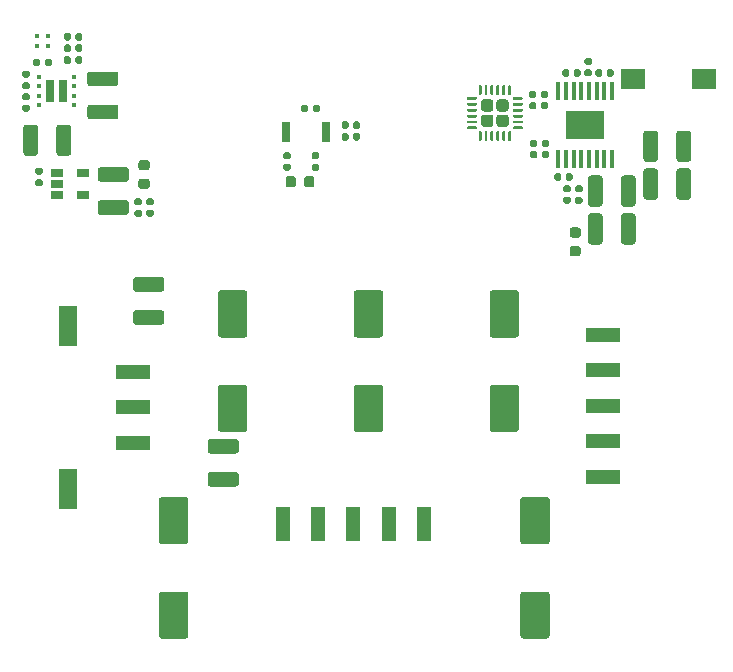
<source format=gbr>
G04 #@! TF.GenerationSoftware,KiCad,Pcbnew,5.99.0-unknown-dd374e12a~102~ubuntu20.04.1*
G04 #@! TF.CreationDate,2020-12-05T09:27:28-08:00*
G04 #@! TF.ProjectId,BLDC,424c4443-2e6b-4696-9361-645f70636258,rev?*
G04 #@! TF.SameCoordinates,Original*
G04 #@! TF.FileFunction,Paste,Top*
G04 #@! TF.FilePolarity,Positive*
%FSLAX46Y46*%
G04 Gerber Fmt 4.6, Leading zero omitted, Abs format (unit mm)*
G04 Created by KiCad (PCBNEW 5.99.0-unknown-dd374e12a~102~ubuntu20.04.1) date 2020-12-05 09:27:28*
%MOMM*%
%LPD*%
G01*
G04 APERTURE LIST*
%ADD10R,2.920000X1.270000*%
%ADD11R,1.650000X3.430000*%
%ADD12R,1.060000X0.650000*%
%ADD13R,1.270000X2.920000*%
%ADD14R,0.450000X0.450000*%
%ADD15R,0.450000X0.400000*%
%ADD16R,0.800000X1.900000*%
%ADD17R,2.000000X1.700000*%
%ADD18R,0.800000X1.700000*%
%ADD19R,0.450000X1.500000*%
%ADD20R,3.290000X2.410000*%
G04 APERTURE END LIST*
G36*
G01*
X147780000Y-91827500D02*
X147780000Y-92172500D01*
G75*
G02*
X147632500Y-92320000I-147500J0D01*
G01*
X147337500Y-92320000D01*
G75*
G02*
X147190000Y-92172500I0J147500D01*
G01*
X147190000Y-91827500D01*
G75*
G02*
X147337500Y-91680000I147500J0D01*
G01*
X147632500Y-91680000D01*
G75*
G02*
X147780000Y-91827500I0J-147500D01*
G01*
G37*
G36*
G01*
X146810000Y-91827500D02*
X146810000Y-92172500D01*
G75*
G02*
X146662500Y-92320000I-147500J0D01*
G01*
X146367500Y-92320000D01*
G75*
G02*
X146220000Y-92172500I0J147500D01*
G01*
X146220000Y-91827500D01*
G75*
G02*
X146367500Y-91680000I147500J0D01*
G01*
X146662500Y-91680000D01*
G75*
G02*
X146810000Y-91827500I0J-147500D01*
G01*
G37*
G36*
G01*
X146220000Y-91193780D02*
X146220000Y-90848780D01*
G75*
G02*
X146367500Y-90701280I147500J0D01*
G01*
X146662500Y-90701280D01*
G75*
G02*
X146810000Y-90848780I0J-147500D01*
G01*
X146810000Y-91193780D01*
G75*
G02*
X146662500Y-91341280I-147500J0D01*
G01*
X146367500Y-91341280D01*
G75*
G02*
X146220000Y-91193780I0J147500D01*
G01*
G37*
G36*
G01*
X147190000Y-91193780D02*
X147190000Y-90848780D01*
G75*
G02*
X147337500Y-90701280I147500J0D01*
G01*
X147632500Y-90701280D01*
G75*
G02*
X147780000Y-90848780I0J-147500D01*
G01*
X147780000Y-91193780D01*
G75*
G02*
X147632500Y-91341280I-147500J0D01*
G01*
X147337500Y-91341280D01*
G75*
G02*
X147190000Y-91193780I0J147500D01*
G01*
G37*
D10*
X128570000Y-117900000D03*
X128570000Y-114900000D03*
X128570000Y-111900000D03*
D11*
X123100000Y-121785000D03*
X123100000Y-108015000D03*
D12*
X122100000Y-95050000D03*
X122100000Y-96000000D03*
X122100000Y-96950000D03*
X124300000Y-96950000D03*
X124300000Y-95050000D03*
G36*
G01*
X129756250Y-96425000D02*
X129243750Y-96425000D01*
G75*
G02*
X129025000Y-96206250I0J218750D01*
G01*
X129025000Y-95768750D01*
G75*
G02*
X129243750Y-95550000I218750J0D01*
G01*
X129756250Y-95550000D01*
G75*
G02*
X129975000Y-95768750I0J-218750D01*
G01*
X129975000Y-96206250D01*
G75*
G02*
X129756250Y-96425000I-218750J0D01*
G01*
G37*
G36*
G01*
X129756250Y-94850000D02*
X129243750Y-94850000D01*
G75*
G02*
X129025000Y-94631250I0J218750D01*
G01*
X129025000Y-94193750D01*
G75*
G02*
X129243750Y-93975000I218750J0D01*
G01*
X129756250Y-93975000D01*
G75*
G02*
X129975000Y-94193750I0J-218750D01*
G01*
X129975000Y-94631250D01*
G75*
G02*
X129756250Y-94850000I-218750J0D01*
G01*
G37*
G36*
G01*
X129827500Y-97220000D02*
X130172500Y-97220000D01*
G75*
G02*
X130320000Y-97367500I0J-147500D01*
G01*
X130320000Y-97662500D01*
G75*
G02*
X130172500Y-97810000I-147500J0D01*
G01*
X129827500Y-97810000D01*
G75*
G02*
X129680000Y-97662500I0J147500D01*
G01*
X129680000Y-97367500D01*
G75*
G02*
X129827500Y-97220000I147500J0D01*
G01*
G37*
G36*
G01*
X129827500Y-98190000D02*
X130172500Y-98190000D01*
G75*
G02*
X130320000Y-98337500I0J-147500D01*
G01*
X130320000Y-98632500D01*
G75*
G02*
X130172500Y-98780000I-147500J0D01*
G01*
X129827500Y-98780000D01*
G75*
G02*
X129680000Y-98632500I0J147500D01*
G01*
X129680000Y-98337500D01*
G75*
G02*
X129827500Y-98190000I147500J0D01*
G01*
G37*
G36*
G01*
X131000000Y-122500000D02*
X133000000Y-122500000D01*
G75*
G02*
X133250000Y-122750000I0J-250000D01*
G01*
X133250000Y-126250000D01*
G75*
G02*
X133000000Y-126500000I-250000J0D01*
G01*
X131000000Y-126500000D01*
G75*
G02*
X130750000Y-126250000I0J250000D01*
G01*
X130750000Y-122750000D01*
G75*
G02*
X131000000Y-122500000I250000J0D01*
G01*
G37*
G36*
G01*
X131000000Y-130500000D02*
X133000000Y-130500000D01*
G75*
G02*
X133250000Y-130750000I0J-250000D01*
G01*
X133250000Y-134250000D01*
G75*
G02*
X133000000Y-134500000I-250000J0D01*
G01*
X131000000Y-134500000D01*
G75*
G02*
X130750000Y-134250000I0J250000D01*
G01*
X130750000Y-130750000D01*
G75*
G02*
X131000000Y-130500000I250000J0D01*
G01*
G37*
G36*
G01*
X138000000Y-117000000D02*
X136000000Y-117000000D01*
G75*
G02*
X135750000Y-116750000I0J250000D01*
G01*
X135750000Y-113250000D01*
G75*
G02*
X136000000Y-113000000I250000J0D01*
G01*
X138000000Y-113000000D01*
G75*
G02*
X138250000Y-113250000I0J-250000D01*
G01*
X138250000Y-116750000D01*
G75*
G02*
X138000000Y-117000000I-250000J0D01*
G01*
G37*
G36*
G01*
X138000000Y-109000000D02*
X136000000Y-109000000D01*
G75*
G02*
X135750000Y-108750000I0J250000D01*
G01*
X135750000Y-105250000D01*
G75*
G02*
X136000000Y-105000000I250000J0D01*
G01*
X138000000Y-105000000D01*
G75*
G02*
X138250000Y-105250000I0J-250000D01*
G01*
X138250000Y-108750000D01*
G75*
G02*
X138000000Y-109000000I-250000J0D01*
G01*
G37*
G36*
G01*
X161000000Y-117000000D02*
X159000000Y-117000000D01*
G75*
G02*
X158750000Y-116750000I0J250000D01*
G01*
X158750000Y-113250000D01*
G75*
G02*
X159000000Y-113000000I250000J0D01*
G01*
X161000000Y-113000000D01*
G75*
G02*
X161250000Y-113250000I0J-250000D01*
G01*
X161250000Y-116750000D01*
G75*
G02*
X161000000Y-117000000I-250000J0D01*
G01*
G37*
G36*
G01*
X161000000Y-109000000D02*
X159000000Y-109000000D01*
G75*
G02*
X158750000Y-108750000I0J250000D01*
G01*
X158750000Y-105250000D01*
G75*
G02*
X159000000Y-105000000I250000J0D01*
G01*
X161000000Y-105000000D01*
G75*
G02*
X161250000Y-105250000I0J-250000D01*
G01*
X161250000Y-108750000D01*
G75*
G02*
X161000000Y-109000000I-250000J0D01*
G01*
G37*
D10*
X168320000Y-108770000D03*
X168320000Y-111770000D03*
X168320000Y-114770000D03*
X168320000Y-117770000D03*
X168320000Y-120770000D03*
G36*
G01*
X120772500Y-96180000D02*
X120427500Y-96180000D01*
G75*
G02*
X120280000Y-96032500I0J147500D01*
G01*
X120280000Y-95737500D01*
G75*
G02*
X120427500Y-95590000I147500J0D01*
G01*
X120772500Y-95590000D01*
G75*
G02*
X120920000Y-95737500I0J-147500D01*
G01*
X120920000Y-96032500D01*
G75*
G02*
X120772500Y-96180000I-147500J0D01*
G01*
G37*
G36*
G01*
X120772500Y-95210000D02*
X120427500Y-95210000D01*
G75*
G02*
X120280000Y-95062500I0J147500D01*
G01*
X120280000Y-94767500D01*
G75*
G02*
X120427500Y-94620000I147500J0D01*
G01*
X120772500Y-94620000D01*
G75*
G02*
X120920000Y-94767500I0J-147500D01*
G01*
X120920000Y-95062500D01*
G75*
G02*
X120772500Y-95210000I-147500J0D01*
G01*
G37*
D13*
X153230000Y-124820000D03*
X150230000Y-124820000D03*
X147230000Y-124820000D03*
X144230000Y-124820000D03*
X141230000Y-124820000D03*
G36*
G01*
X161600000Y-122500000D02*
X163600000Y-122500000D01*
G75*
G02*
X163850000Y-122750000I0J-250000D01*
G01*
X163850000Y-126250000D01*
G75*
G02*
X163600000Y-126500000I-250000J0D01*
G01*
X161600000Y-126500000D01*
G75*
G02*
X161350000Y-126250000I0J250000D01*
G01*
X161350000Y-122750000D01*
G75*
G02*
X161600000Y-122500000I250000J0D01*
G01*
G37*
G36*
G01*
X161600000Y-130500000D02*
X163600000Y-130500000D01*
G75*
G02*
X163850000Y-130750000I0J-250000D01*
G01*
X163850000Y-134250000D01*
G75*
G02*
X163600000Y-134500000I-250000J0D01*
G01*
X161600000Y-134500000D01*
G75*
G02*
X161350000Y-134250000I0J250000D01*
G01*
X161350000Y-130750000D01*
G75*
G02*
X161600000Y-130500000I250000J0D01*
G01*
G37*
G36*
G01*
X122720000Y-84672500D02*
X122720000Y-84327500D01*
G75*
G02*
X122867500Y-84180000I147500J0D01*
G01*
X123162500Y-84180000D01*
G75*
G02*
X123310000Y-84327500I0J-147500D01*
G01*
X123310000Y-84672500D01*
G75*
G02*
X123162500Y-84820000I-147500J0D01*
G01*
X122867500Y-84820000D01*
G75*
G02*
X122720000Y-84672500I0J147500D01*
G01*
G37*
G36*
G01*
X123690000Y-84672500D02*
X123690000Y-84327500D01*
G75*
G02*
X123837500Y-84180000I147500J0D01*
G01*
X124132500Y-84180000D01*
G75*
G02*
X124280000Y-84327500I0J-147500D01*
G01*
X124280000Y-84672500D01*
G75*
G02*
X124132500Y-84820000I-147500J0D01*
G01*
X123837500Y-84820000D01*
G75*
G02*
X123690000Y-84672500I0J147500D01*
G01*
G37*
G36*
G01*
X122720000Y-83712220D02*
X122720000Y-83367220D01*
G75*
G02*
X122867500Y-83219720I147500J0D01*
G01*
X123162500Y-83219720D01*
G75*
G02*
X123310000Y-83367220I0J-147500D01*
G01*
X123310000Y-83712220D01*
G75*
G02*
X123162500Y-83859720I-147500J0D01*
G01*
X122867500Y-83859720D01*
G75*
G02*
X122720000Y-83712220I0J147500D01*
G01*
G37*
G36*
G01*
X123690000Y-83712220D02*
X123690000Y-83367220D01*
G75*
G02*
X123837500Y-83219720I147500J0D01*
G01*
X124132500Y-83219720D01*
G75*
G02*
X124280000Y-83367220I0J-147500D01*
G01*
X124280000Y-83712220D01*
G75*
G02*
X124132500Y-83859720I-147500J0D01*
G01*
X123837500Y-83859720D01*
G75*
G02*
X123690000Y-83712220I0J147500D01*
G01*
G37*
G36*
G01*
X122720000Y-85672500D02*
X122720000Y-85327500D01*
G75*
G02*
X122867500Y-85180000I147500J0D01*
G01*
X123162500Y-85180000D01*
G75*
G02*
X123310000Y-85327500I0J-147500D01*
G01*
X123310000Y-85672500D01*
G75*
G02*
X123162500Y-85820000I-147500J0D01*
G01*
X122867500Y-85820000D01*
G75*
G02*
X122720000Y-85672500I0J147500D01*
G01*
G37*
G36*
G01*
X123690000Y-85672500D02*
X123690000Y-85327500D01*
G75*
G02*
X123837500Y-85180000I147500J0D01*
G01*
X124132500Y-85180000D01*
G75*
G02*
X124280000Y-85327500I0J-147500D01*
G01*
X124280000Y-85672500D01*
G75*
G02*
X124132500Y-85820000I-147500J0D01*
G01*
X123837500Y-85820000D01*
G75*
G02*
X123690000Y-85672500I0J147500D01*
G01*
G37*
D14*
X120475000Y-83500000D03*
X121325000Y-83500000D03*
X121325000Y-84350000D03*
X120475000Y-84350000D03*
G36*
G01*
X149500000Y-117000000D02*
X147500000Y-117000000D01*
G75*
G02*
X147250000Y-116750000I0J250000D01*
G01*
X147250000Y-113250000D01*
G75*
G02*
X147500000Y-113000000I250000J0D01*
G01*
X149500000Y-113000000D01*
G75*
G02*
X149750000Y-113250000I0J-250000D01*
G01*
X149750000Y-116750000D01*
G75*
G02*
X149500000Y-117000000I-250000J0D01*
G01*
G37*
G36*
G01*
X149500000Y-109000000D02*
X147500000Y-109000000D01*
G75*
G02*
X147250000Y-108750000I0J250000D01*
G01*
X147250000Y-105250000D01*
G75*
G02*
X147500000Y-105000000I250000J0D01*
G01*
X149500000Y-105000000D01*
G75*
G02*
X149750000Y-105250000I0J-250000D01*
G01*
X149750000Y-108750000D01*
G75*
G02*
X149500000Y-109000000I-250000J0D01*
G01*
G37*
G36*
G01*
X119672500Y-89880000D02*
X119327500Y-89880000D01*
G75*
G02*
X119180000Y-89732500I0J147500D01*
G01*
X119180000Y-89437500D01*
G75*
G02*
X119327500Y-89290000I147500J0D01*
G01*
X119672500Y-89290000D01*
G75*
G02*
X119820000Y-89437500I0J-147500D01*
G01*
X119820000Y-89732500D01*
G75*
G02*
X119672500Y-89880000I-147500J0D01*
G01*
G37*
G36*
G01*
X119672500Y-88910000D02*
X119327500Y-88910000D01*
G75*
G02*
X119180000Y-88762500I0J147500D01*
G01*
X119180000Y-88467500D01*
G75*
G02*
X119327500Y-88320000I147500J0D01*
G01*
X119672500Y-88320000D01*
G75*
G02*
X119820000Y-88467500I0J-147500D01*
G01*
X119820000Y-88762500D01*
G75*
G02*
X119672500Y-88910000I-147500J0D01*
G01*
G37*
G36*
G01*
X120120000Y-85872500D02*
X120120000Y-85527500D01*
G75*
G02*
X120267500Y-85380000I147500J0D01*
G01*
X120562500Y-85380000D01*
G75*
G02*
X120710000Y-85527500I0J-147500D01*
G01*
X120710000Y-85872500D01*
G75*
G02*
X120562500Y-86020000I-147500J0D01*
G01*
X120267500Y-86020000D01*
G75*
G02*
X120120000Y-85872500I0J147500D01*
G01*
G37*
G36*
G01*
X121090000Y-85872500D02*
X121090000Y-85527500D01*
G75*
G02*
X121237500Y-85380000I147500J0D01*
G01*
X121532500Y-85380000D01*
G75*
G02*
X121680000Y-85527500I0J-147500D01*
G01*
X121680000Y-85872500D01*
G75*
G02*
X121532500Y-86020000I-147500J0D01*
G01*
X121237500Y-86020000D01*
G75*
G02*
X121090000Y-85872500I0J147500D01*
G01*
G37*
D15*
X120605000Y-86930000D03*
X120605000Y-87730000D03*
X120605000Y-88530000D03*
X120605000Y-89330000D03*
X123555000Y-89330000D03*
X123555000Y-88530000D03*
X123555000Y-87730000D03*
X123555000Y-86930000D03*
D16*
X122630000Y-88130000D03*
X121530000Y-88130000D03*
G36*
G01*
X119672500Y-87980000D02*
X119327500Y-87980000D01*
G75*
G02*
X119180000Y-87832500I0J147500D01*
G01*
X119180000Y-87537500D01*
G75*
G02*
X119327500Y-87390000I147500J0D01*
G01*
X119672500Y-87390000D01*
G75*
G02*
X119820000Y-87537500I0J-147500D01*
G01*
X119820000Y-87832500D01*
G75*
G02*
X119672500Y-87980000I-147500J0D01*
G01*
G37*
G36*
G01*
X119672500Y-87010000D02*
X119327500Y-87010000D01*
G75*
G02*
X119180000Y-86862500I0J147500D01*
G01*
X119180000Y-86567500D01*
G75*
G02*
X119327500Y-86420000I147500J0D01*
G01*
X119672500Y-86420000D01*
G75*
G02*
X119820000Y-86567500I0J-147500D01*
G01*
X119820000Y-86862500D01*
G75*
G02*
X119672500Y-87010000I-147500J0D01*
G01*
G37*
G36*
G01*
X127075000Y-90525000D02*
X124925000Y-90525000D01*
G75*
G02*
X124675000Y-90275000I0J250000D01*
G01*
X124675000Y-89525000D01*
G75*
G02*
X124925000Y-89275000I250000J0D01*
G01*
X127075000Y-89275000D01*
G75*
G02*
X127325000Y-89525000I0J-250000D01*
G01*
X127325000Y-90275000D01*
G75*
G02*
X127075000Y-90525000I-250000J0D01*
G01*
G37*
G36*
G01*
X127075000Y-87725000D02*
X124925000Y-87725000D01*
G75*
G02*
X124675000Y-87475000I0J250000D01*
G01*
X124675000Y-86725000D01*
G75*
G02*
X124925000Y-86475000I250000J0D01*
G01*
X127075000Y-86475000D01*
G75*
G02*
X127325000Y-86725000I0J-250000D01*
G01*
X127325000Y-87475000D01*
G75*
G02*
X127075000Y-87725000I-250000J0D01*
G01*
G37*
G36*
G01*
X119275000Y-93375000D02*
X119275000Y-91225000D01*
G75*
G02*
X119525000Y-90975000I250000J0D01*
G01*
X120275000Y-90975000D01*
G75*
G02*
X120525000Y-91225000I0J-250000D01*
G01*
X120525000Y-93375000D01*
G75*
G02*
X120275000Y-93625000I-250000J0D01*
G01*
X119525000Y-93625000D01*
G75*
G02*
X119275000Y-93375000I0J250000D01*
G01*
G37*
G36*
G01*
X122075000Y-93375000D02*
X122075000Y-91225000D01*
G75*
G02*
X122325000Y-90975000I250000J0D01*
G01*
X123075000Y-90975000D01*
G75*
G02*
X123325000Y-91225000I0J-250000D01*
G01*
X123325000Y-93375000D01*
G75*
G02*
X123075000Y-93625000I-250000J0D01*
G01*
X122325000Y-93625000D01*
G75*
G02*
X122075000Y-93375000I0J250000D01*
G01*
G37*
G36*
G01*
X175825000Y-94925000D02*
X175825000Y-97075000D01*
G75*
G02*
X175575000Y-97325000I-250000J0D01*
G01*
X174825000Y-97325000D01*
G75*
G02*
X174575000Y-97075000I0J250000D01*
G01*
X174575000Y-94925000D01*
G75*
G02*
X174825000Y-94675000I250000J0D01*
G01*
X175575000Y-94675000D01*
G75*
G02*
X175825000Y-94925000I0J-250000D01*
G01*
G37*
G36*
G01*
X173025000Y-94925000D02*
X173025000Y-97075000D01*
G75*
G02*
X172775000Y-97325000I-250000J0D01*
G01*
X172025000Y-97325000D01*
G75*
G02*
X171775000Y-97075000I0J250000D01*
G01*
X171775000Y-94925000D01*
G75*
G02*
X172025000Y-94675000I250000J0D01*
G01*
X172775000Y-94675000D01*
G75*
G02*
X173025000Y-94925000I0J-250000D01*
G01*
G37*
G36*
G01*
X171125000Y-95525000D02*
X171125000Y-97675000D01*
G75*
G02*
X170875000Y-97925000I-250000J0D01*
G01*
X170125000Y-97925000D01*
G75*
G02*
X169875000Y-97675000I0J250000D01*
G01*
X169875000Y-95525000D01*
G75*
G02*
X170125000Y-95275000I250000J0D01*
G01*
X170875000Y-95275000D01*
G75*
G02*
X171125000Y-95525000I0J-250000D01*
G01*
G37*
G36*
G01*
X168325000Y-95525000D02*
X168325000Y-97675000D01*
G75*
G02*
X168075000Y-97925000I-250000J0D01*
G01*
X167325000Y-97925000D01*
G75*
G02*
X167075000Y-97675000I0J250000D01*
G01*
X167075000Y-95525000D01*
G75*
G02*
X167325000Y-95275000I250000J0D01*
G01*
X168075000Y-95275000D01*
G75*
G02*
X168325000Y-95525000I0J-250000D01*
G01*
G37*
D17*
X170900000Y-87100000D03*
X176900000Y-87100000D03*
G36*
G01*
X166472500Y-97680000D02*
X166127500Y-97680000D01*
G75*
G02*
X165980000Y-97532500I0J147500D01*
G01*
X165980000Y-97237500D01*
G75*
G02*
X166127500Y-97090000I147500J0D01*
G01*
X166472500Y-97090000D01*
G75*
G02*
X166620000Y-97237500I0J-147500D01*
G01*
X166620000Y-97532500D01*
G75*
G02*
X166472500Y-97680000I-147500J0D01*
G01*
G37*
G36*
G01*
X166472500Y-96710000D02*
X166127500Y-96710000D01*
G75*
G02*
X165980000Y-96562500I0J147500D01*
G01*
X165980000Y-96267500D01*
G75*
G02*
X166127500Y-96120000I147500J0D01*
G01*
X166472500Y-96120000D01*
G75*
G02*
X166620000Y-96267500I0J-147500D01*
G01*
X166620000Y-96562500D01*
G75*
G02*
X166472500Y-96710000I-147500J0D01*
G01*
G37*
G36*
G01*
X135125000Y-117575000D02*
X137275000Y-117575000D01*
G75*
G02*
X137525000Y-117825000I0J-250000D01*
G01*
X137525000Y-118575000D01*
G75*
G02*
X137275000Y-118825000I-250000J0D01*
G01*
X135125000Y-118825000D01*
G75*
G02*
X134875000Y-118575000I0J250000D01*
G01*
X134875000Y-117825000D01*
G75*
G02*
X135125000Y-117575000I250000J0D01*
G01*
G37*
G36*
G01*
X135125000Y-120375000D02*
X137275000Y-120375000D01*
G75*
G02*
X137525000Y-120625000I0J-250000D01*
G01*
X137525000Y-121375000D01*
G75*
G02*
X137275000Y-121625000I-250000J0D01*
G01*
X135125000Y-121625000D01*
G75*
G02*
X134875000Y-121375000I0J250000D01*
G01*
X134875000Y-120625000D01*
G75*
G02*
X135125000Y-120375000I250000J0D01*
G01*
G37*
G36*
G01*
X159075000Y-90375000D02*
X159075000Y-90925000D01*
G75*
G02*
X158825000Y-91175000I-250000J0D01*
G01*
X158275000Y-91175000D01*
G75*
G02*
X158025000Y-90925000I0J250000D01*
G01*
X158025000Y-90375000D01*
G75*
G02*
X158275000Y-90125000I250000J0D01*
G01*
X158825000Y-90125000D01*
G75*
G02*
X159075000Y-90375000I0J-250000D01*
G01*
G37*
G36*
G01*
X160375000Y-89075000D02*
X160375000Y-89625000D01*
G75*
G02*
X160125000Y-89875000I-250000J0D01*
G01*
X159575000Y-89875000D01*
G75*
G02*
X159325000Y-89625000I0J250000D01*
G01*
X159325000Y-89075000D01*
G75*
G02*
X159575000Y-88825000I250000J0D01*
G01*
X160125000Y-88825000D01*
G75*
G02*
X160375000Y-89075000I0J-250000D01*
G01*
G37*
G36*
G01*
X160375000Y-90375000D02*
X160375000Y-90925000D01*
G75*
G02*
X160125000Y-91175000I-250000J0D01*
G01*
X159575000Y-91175000D01*
G75*
G02*
X159325000Y-90925000I0J250000D01*
G01*
X159325000Y-90375000D01*
G75*
G02*
X159575000Y-90125000I250000J0D01*
G01*
X160125000Y-90125000D01*
G75*
G02*
X160375000Y-90375000I0J-250000D01*
G01*
G37*
G36*
G01*
X159075000Y-89075000D02*
X159075000Y-89625000D01*
G75*
G02*
X158825000Y-89875000I-250000J0D01*
G01*
X158275000Y-89875000D01*
G75*
G02*
X158025000Y-89625000I0J250000D01*
G01*
X158025000Y-89075000D01*
G75*
G02*
X158275000Y-88825000I250000J0D01*
G01*
X158825000Y-88825000D01*
G75*
G02*
X159075000Y-89075000I0J-250000D01*
G01*
G37*
G36*
G01*
X161550000Y-91187500D02*
X161550000Y-91312500D01*
G75*
G02*
X161487500Y-91375000I-62500J0D01*
G01*
X160787500Y-91375000D01*
G75*
G02*
X160725000Y-91312500I0J62500D01*
G01*
X160725000Y-91187500D01*
G75*
G02*
X160787500Y-91125000I62500J0D01*
G01*
X161487500Y-91125000D01*
G75*
G02*
X161550000Y-91187500I0J-62500D01*
G01*
G37*
G36*
G01*
X161550000Y-90687500D02*
X161550000Y-90812500D01*
G75*
G02*
X161487500Y-90875000I-62500J0D01*
G01*
X160787500Y-90875000D01*
G75*
G02*
X160725000Y-90812500I0J62500D01*
G01*
X160725000Y-90687500D01*
G75*
G02*
X160787500Y-90625000I62500J0D01*
G01*
X161487500Y-90625000D01*
G75*
G02*
X161550000Y-90687500I0J-62500D01*
G01*
G37*
G36*
G01*
X161550000Y-90187500D02*
X161550000Y-90312500D01*
G75*
G02*
X161487500Y-90375000I-62500J0D01*
G01*
X160787500Y-90375000D01*
G75*
G02*
X160725000Y-90312500I0J62500D01*
G01*
X160725000Y-90187500D01*
G75*
G02*
X160787500Y-90125000I62500J0D01*
G01*
X161487500Y-90125000D01*
G75*
G02*
X161550000Y-90187500I0J-62500D01*
G01*
G37*
G36*
G01*
X161550000Y-89687500D02*
X161550000Y-89812500D01*
G75*
G02*
X161487500Y-89875000I-62500J0D01*
G01*
X160787500Y-89875000D01*
G75*
G02*
X160725000Y-89812500I0J62500D01*
G01*
X160725000Y-89687500D01*
G75*
G02*
X160787500Y-89625000I62500J0D01*
G01*
X161487500Y-89625000D01*
G75*
G02*
X161550000Y-89687500I0J-62500D01*
G01*
G37*
G36*
G01*
X161550000Y-89187500D02*
X161550000Y-89312500D01*
G75*
G02*
X161487500Y-89375000I-62500J0D01*
G01*
X160787500Y-89375000D01*
G75*
G02*
X160725000Y-89312500I0J62500D01*
G01*
X160725000Y-89187500D01*
G75*
G02*
X160787500Y-89125000I62500J0D01*
G01*
X161487500Y-89125000D01*
G75*
G02*
X161550000Y-89187500I0J-62500D01*
G01*
G37*
G36*
G01*
X161550000Y-88687500D02*
X161550000Y-88812500D01*
G75*
G02*
X161487500Y-88875000I-62500J0D01*
G01*
X160787500Y-88875000D01*
G75*
G02*
X160725000Y-88812500I0J62500D01*
G01*
X160725000Y-88687500D01*
G75*
G02*
X160787500Y-88625000I62500J0D01*
G01*
X161487500Y-88625000D01*
G75*
G02*
X161550000Y-88687500I0J-62500D01*
G01*
G37*
G36*
G01*
X160575000Y-87712500D02*
X160575000Y-88412500D01*
G75*
G02*
X160512500Y-88475000I-62500J0D01*
G01*
X160387500Y-88475000D01*
G75*
G02*
X160325000Y-88412500I0J62500D01*
G01*
X160325000Y-87712500D01*
G75*
G02*
X160387500Y-87650000I62500J0D01*
G01*
X160512500Y-87650000D01*
G75*
G02*
X160575000Y-87712500I0J-62500D01*
G01*
G37*
G36*
G01*
X160075000Y-87712500D02*
X160075000Y-88412500D01*
G75*
G02*
X160012500Y-88475000I-62500J0D01*
G01*
X159887500Y-88475000D01*
G75*
G02*
X159825000Y-88412500I0J62500D01*
G01*
X159825000Y-87712500D01*
G75*
G02*
X159887500Y-87650000I62500J0D01*
G01*
X160012500Y-87650000D01*
G75*
G02*
X160075000Y-87712500I0J-62500D01*
G01*
G37*
G36*
G01*
X159575000Y-87712500D02*
X159575000Y-88412500D01*
G75*
G02*
X159512500Y-88475000I-62500J0D01*
G01*
X159387500Y-88475000D01*
G75*
G02*
X159325000Y-88412500I0J62500D01*
G01*
X159325000Y-87712500D01*
G75*
G02*
X159387500Y-87650000I62500J0D01*
G01*
X159512500Y-87650000D01*
G75*
G02*
X159575000Y-87712500I0J-62500D01*
G01*
G37*
G36*
G01*
X159075000Y-87712500D02*
X159075000Y-88412500D01*
G75*
G02*
X159012500Y-88475000I-62500J0D01*
G01*
X158887500Y-88475000D01*
G75*
G02*
X158825000Y-88412500I0J62500D01*
G01*
X158825000Y-87712500D01*
G75*
G02*
X158887500Y-87650000I62500J0D01*
G01*
X159012500Y-87650000D01*
G75*
G02*
X159075000Y-87712500I0J-62500D01*
G01*
G37*
G36*
G01*
X158575000Y-87712500D02*
X158575000Y-88412500D01*
G75*
G02*
X158512500Y-88475000I-62500J0D01*
G01*
X158387500Y-88475000D01*
G75*
G02*
X158325000Y-88412500I0J62500D01*
G01*
X158325000Y-87712500D01*
G75*
G02*
X158387500Y-87650000I62500J0D01*
G01*
X158512500Y-87650000D01*
G75*
G02*
X158575000Y-87712500I0J-62500D01*
G01*
G37*
G36*
G01*
X158075000Y-87712500D02*
X158075000Y-88412500D01*
G75*
G02*
X158012500Y-88475000I-62500J0D01*
G01*
X157887500Y-88475000D01*
G75*
G02*
X157825000Y-88412500I0J62500D01*
G01*
X157825000Y-87712500D01*
G75*
G02*
X157887500Y-87650000I62500J0D01*
G01*
X158012500Y-87650000D01*
G75*
G02*
X158075000Y-87712500I0J-62500D01*
G01*
G37*
G36*
G01*
X157675000Y-88687500D02*
X157675000Y-88812500D01*
G75*
G02*
X157612500Y-88875000I-62500J0D01*
G01*
X156912500Y-88875000D01*
G75*
G02*
X156850000Y-88812500I0J62500D01*
G01*
X156850000Y-88687500D01*
G75*
G02*
X156912500Y-88625000I62500J0D01*
G01*
X157612500Y-88625000D01*
G75*
G02*
X157675000Y-88687500I0J-62500D01*
G01*
G37*
G36*
G01*
X157675000Y-89187500D02*
X157675000Y-89312500D01*
G75*
G02*
X157612500Y-89375000I-62500J0D01*
G01*
X156912500Y-89375000D01*
G75*
G02*
X156850000Y-89312500I0J62500D01*
G01*
X156850000Y-89187500D01*
G75*
G02*
X156912500Y-89125000I62500J0D01*
G01*
X157612500Y-89125000D01*
G75*
G02*
X157675000Y-89187500I0J-62500D01*
G01*
G37*
G36*
G01*
X157675000Y-89687500D02*
X157675000Y-89812500D01*
G75*
G02*
X157612500Y-89875000I-62500J0D01*
G01*
X156912500Y-89875000D01*
G75*
G02*
X156850000Y-89812500I0J62500D01*
G01*
X156850000Y-89687500D01*
G75*
G02*
X156912500Y-89625000I62500J0D01*
G01*
X157612500Y-89625000D01*
G75*
G02*
X157675000Y-89687500I0J-62500D01*
G01*
G37*
G36*
G01*
X157675000Y-90187500D02*
X157675000Y-90312500D01*
G75*
G02*
X157612500Y-90375000I-62500J0D01*
G01*
X156912500Y-90375000D01*
G75*
G02*
X156850000Y-90312500I0J62500D01*
G01*
X156850000Y-90187500D01*
G75*
G02*
X156912500Y-90125000I62500J0D01*
G01*
X157612500Y-90125000D01*
G75*
G02*
X157675000Y-90187500I0J-62500D01*
G01*
G37*
G36*
G01*
X157675000Y-90687500D02*
X157675000Y-90812500D01*
G75*
G02*
X157612500Y-90875000I-62500J0D01*
G01*
X156912500Y-90875000D01*
G75*
G02*
X156850000Y-90812500I0J62500D01*
G01*
X156850000Y-90687500D01*
G75*
G02*
X156912500Y-90625000I62500J0D01*
G01*
X157612500Y-90625000D01*
G75*
G02*
X157675000Y-90687500I0J-62500D01*
G01*
G37*
G36*
G01*
X157675000Y-91187500D02*
X157675000Y-91312500D01*
G75*
G02*
X157612500Y-91375000I-62500J0D01*
G01*
X156912500Y-91375000D01*
G75*
G02*
X156850000Y-91312500I0J62500D01*
G01*
X156850000Y-91187500D01*
G75*
G02*
X156912500Y-91125000I62500J0D01*
G01*
X157612500Y-91125000D01*
G75*
G02*
X157675000Y-91187500I0J-62500D01*
G01*
G37*
G36*
G01*
X158075000Y-91587500D02*
X158075000Y-92287500D01*
G75*
G02*
X158012500Y-92350000I-62500J0D01*
G01*
X157887500Y-92350000D01*
G75*
G02*
X157825000Y-92287500I0J62500D01*
G01*
X157825000Y-91587500D01*
G75*
G02*
X157887500Y-91525000I62500J0D01*
G01*
X158012500Y-91525000D01*
G75*
G02*
X158075000Y-91587500I0J-62500D01*
G01*
G37*
G36*
G01*
X158575000Y-91587500D02*
X158575000Y-92287500D01*
G75*
G02*
X158512500Y-92350000I-62500J0D01*
G01*
X158387500Y-92350000D01*
G75*
G02*
X158325000Y-92287500I0J62500D01*
G01*
X158325000Y-91587500D01*
G75*
G02*
X158387500Y-91525000I62500J0D01*
G01*
X158512500Y-91525000D01*
G75*
G02*
X158575000Y-91587500I0J-62500D01*
G01*
G37*
G36*
G01*
X159075000Y-91587500D02*
X159075000Y-92287500D01*
G75*
G02*
X159012500Y-92350000I-62500J0D01*
G01*
X158887500Y-92350000D01*
G75*
G02*
X158825000Y-92287500I0J62500D01*
G01*
X158825000Y-91587500D01*
G75*
G02*
X158887500Y-91525000I62500J0D01*
G01*
X159012500Y-91525000D01*
G75*
G02*
X159075000Y-91587500I0J-62500D01*
G01*
G37*
G36*
G01*
X159575000Y-91587500D02*
X159575000Y-92287500D01*
G75*
G02*
X159512500Y-92350000I-62500J0D01*
G01*
X159387500Y-92350000D01*
G75*
G02*
X159325000Y-92287500I0J62500D01*
G01*
X159325000Y-91587500D01*
G75*
G02*
X159387500Y-91525000I62500J0D01*
G01*
X159512500Y-91525000D01*
G75*
G02*
X159575000Y-91587500I0J-62500D01*
G01*
G37*
G36*
G01*
X160075000Y-91587500D02*
X160075000Y-92287500D01*
G75*
G02*
X160012500Y-92350000I-62500J0D01*
G01*
X159887500Y-92350000D01*
G75*
G02*
X159825000Y-92287500I0J62500D01*
G01*
X159825000Y-91587500D01*
G75*
G02*
X159887500Y-91525000I62500J0D01*
G01*
X160012500Y-91525000D01*
G75*
G02*
X160075000Y-91587500I0J-62500D01*
G01*
G37*
G36*
G01*
X160575000Y-91587500D02*
X160575000Y-92287500D01*
G75*
G02*
X160512500Y-92350000I-62500J0D01*
G01*
X160387500Y-92350000D01*
G75*
G02*
X160325000Y-92287500I0J62500D01*
G01*
X160325000Y-91587500D01*
G75*
G02*
X160387500Y-91525000I62500J0D01*
G01*
X160512500Y-91525000D01*
G75*
G02*
X160575000Y-91587500I0J-62500D01*
G01*
G37*
G36*
G01*
X144380000Y-89427500D02*
X144380000Y-89772500D01*
G75*
G02*
X144232500Y-89920000I-147500J0D01*
G01*
X143937500Y-89920000D01*
G75*
G02*
X143790000Y-89772500I0J147500D01*
G01*
X143790000Y-89427500D01*
G75*
G02*
X143937500Y-89280000I147500J0D01*
G01*
X144232500Y-89280000D01*
G75*
G02*
X144380000Y-89427500I0J-147500D01*
G01*
G37*
G36*
G01*
X143410000Y-89427500D02*
X143410000Y-89772500D01*
G75*
G02*
X143262500Y-89920000I-147500J0D01*
G01*
X142967500Y-89920000D01*
G75*
G02*
X142820000Y-89772500I0J147500D01*
G01*
X142820000Y-89427500D01*
G75*
G02*
X142967500Y-89280000I147500J0D01*
G01*
X143262500Y-89280000D01*
G75*
G02*
X143410000Y-89427500I0J-147500D01*
G01*
G37*
D18*
X144900000Y-91600000D03*
X141500000Y-91600000D03*
G36*
G01*
X144172500Y-94880000D02*
X143827500Y-94880000D01*
G75*
G02*
X143680000Y-94732500I0J147500D01*
G01*
X143680000Y-94437500D01*
G75*
G02*
X143827500Y-94290000I147500J0D01*
G01*
X144172500Y-94290000D01*
G75*
G02*
X144320000Y-94437500I0J-147500D01*
G01*
X144320000Y-94732500D01*
G75*
G02*
X144172500Y-94880000I-147500J0D01*
G01*
G37*
G36*
G01*
X144172500Y-93910000D02*
X143827500Y-93910000D01*
G75*
G02*
X143680000Y-93762500I0J147500D01*
G01*
X143680000Y-93467500D01*
G75*
G02*
X143827500Y-93320000I147500J0D01*
G01*
X144172500Y-93320000D01*
G75*
G02*
X144320000Y-93467500I0J-147500D01*
G01*
X144320000Y-93762500D01*
G75*
G02*
X144172500Y-93910000I-147500J0D01*
G01*
G37*
G36*
G01*
X141427500Y-93320000D02*
X141772500Y-93320000D01*
G75*
G02*
X141920000Y-93467500I0J-147500D01*
G01*
X141920000Y-93762500D01*
G75*
G02*
X141772500Y-93910000I-147500J0D01*
G01*
X141427500Y-93910000D01*
G75*
G02*
X141280000Y-93762500I0J147500D01*
G01*
X141280000Y-93467500D01*
G75*
G02*
X141427500Y-93320000I147500J0D01*
G01*
G37*
G36*
G01*
X141427500Y-94290000D02*
X141772500Y-94290000D01*
G75*
G02*
X141920000Y-94437500I0J-147500D01*
G01*
X141920000Y-94732500D01*
G75*
G02*
X141772500Y-94880000I-147500J0D01*
G01*
X141427500Y-94880000D01*
G75*
G02*
X141280000Y-94732500I0J147500D01*
G01*
X141280000Y-94437500D01*
G75*
G02*
X141427500Y-94290000I147500J0D01*
G01*
G37*
G36*
G01*
X143925000Y-95543750D02*
X143925000Y-96056250D01*
G75*
G02*
X143706250Y-96275000I-218750J0D01*
G01*
X143268750Y-96275000D01*
G75*
G02*
X143050000Y-96056250I0J218750D01*
G01*
X143050000Y-95543750D01*
G75*
G02*
X143268750Y-95325000I218750J0D01*
G01*
X143706250Y-95325000D01*
G75*
G02*
X143925000Y-95543750I0J-218750D01*
G01*
G37*
G36*
G01*
X142350000Y-95543750D02*
X142350000Y-96056250D01*
G75*
G02*
X142131250Y-96275000I-218750J0D01*
G01*
X141693750Y-96275000D01*
G75*
G02*
X141475000Y-96056250I0J218750D01*
G01*
X141475000Y-95543750D01*
G75*
G02*
X141693750Y-95325000I218750J0D01*
G01*
X142131250Y-95325000D01*
G75*
G02*
X142350000Y-95543750I0J-218750D01*
G01*
G37*
G36*
G01*
X129172500Y-98780000D02*
X128827500Y-98780000D01*
G75*
G02*
X128680000Y-98632500I0J147500D01*
G01*
X128680000Y-98337500D01*
G75*
G02*
X128827500Y-98190000I147500J0D01*
G01*
X129172500Y-98190000D01*
G75*
G02*
X129320000Y-98337500I0J-147500D01*
G01*
X129320000Y-98632500D01*
G75*
G02*
X129172500Y-98780000I-147500J0D01*
G01*
G37*
G36*
G01*
X129172500Y-97810000D02*
X128827500Y-97810000D01*
G75*
G02*
X128680000Y-97662500I0J147500D01*
G01*
X128680000Y-97367500D01*
G75*
G02*
X128827500Y-97220000I147500J0D01*
G01*
X129172500Y-97220000D01*
G75*
G02*
X129320000Y-97367500I0J-147500D01*
G01*
X129320000Y-97662500D01*
G75*
G02*
X129172500Y-97810000I-147500J0D01*
G01*
G37*
G36*
G01*
X128825000Y-103875000D02*
X130975000Y-103875000D01*
G75*
G02*
X131225000Y-104125000I0J-250000D01*
G01*
X131225000Y-104875000D01*
G75*
G02*
X130975000Y-105125000I-250000J0D01*
G01*
X128825000Y-105125000D01*
G75*
G02*
X128575000Y-104875000I0J250000D01*
G01*
X128575000Y-104125000D01*
G75*
G02*
X128825000Y-103875000I250000J0D01*
G01*
G37*
G36*
G01*
X128825000Y-106675000D02*
X130975000Y-106675000D01*
G75*
G02*
X131225000Y-106925000I0J-250000D01*
G01*
X131225000Y-107675000D01*
G75*
G02*
X130975000Y-107925000I-250000J0D01*
G01*
X128825000Y-107925000D01*
G75*
G02*
X128575000Y-107675000I0J250000D01*
G01*
X128575000Y-106925000D01*
G75*
G02*
X128825000Y-106675000I250000J0D01*
G01*
G37*
G36*
G01*
X171125000Y-98725000D02*
X171125000Y-100875000D01*
G75*
G02*
X170875000Y-101125000I-250000J0D01*
G01*
X170125000Y-101125000D01*
G75*
G02*
X169875000Y-100875000I0J250000D01*
G01*
X169875000Y-98725000D01*
G75*
G02*
X170125000Y-98475000I250000J0D01*
G01*
X170875000Y-98475000D01*
G75*
G02*
X171125000Y-98725000I0J-250000D01*
G01*
G37*
G36*
G01*
X168325000Y-98725000D02*
X168325000Y-100875000D01*
G75*
G02*
X168075000Y-101125000I-250000J0D01*
G01*
X167325000Y-101125000D01*
G75*
G02*
X167075000Y-100875000I0J250000D01*
G01*
X167075000Y-98725000D01*
G75*
G02*
X167325000Y-98475000I250000J0D01*
G01*
X168075000Y-98475000D01*
G75*
G02*
X168325000Y-98725000I0J-250000D01*
G01*
G37*
G36*
G01*
X175825000Y-91725000D02*
X175825000Y-93875000D01*
G75*
G02*
X175575000Y-94125000I-250000J0D01*
G01*
X174825000Y-94125000D01*
G75*
G02*
X174575000Y-93875000I0J250000D01*
G01*
X174575000Y-91725000D01*
G75*
G02*
X174825000Y-91475000I250000J0D01*
G01*
X175575000Y-91475000D01*
G75*
G02*
X175825000Y-91725000I0J-250000D01*
G01*
G37*
G36*
G01*
X173025000Y-91725000D02*
X173025000Y-93875000D01*
G75*
G02*
X172775000Y-94125000I-250000J0D01*
G01*
X172025000Y-94125000D01*
G75*
G02*
X171775000Y-93875000I0J250000D01*
G01*
X171775000Y-91725000D01*
G75*
G02*
X172025000Y-91475000I250000J0D01*
G01*
X172775000Y-91475000D01*
G75*
G02*
X173025000Y-91725000I0J-250000D01*
G01*
G37*
D19*
X169126329Y-88100000D03*
X168476329Y-88100000D03*
X167826329Y-88100000D03*
X167176329Y-88100000D03*
X166526329Y-88100000D03*
X165876329Y-88100000D03*
X165226329Y-88100000D03*
X164576329Y-88100000D03*
X164576329Y-93900000D03*
X165226329Y-93900000D03*
X165876329Y-93900000D03*
X166526329Y-93900000D03*
X167176329Y-93900000D03*
X167826329Y-93900000D03*
X168476329Y-93900000D03*
X169126329Y-93900000D03*
D20*
X166851329Y-91000000D03*
G36*
G01*
X167720000Y-86772500D02*
X167720000Y-86427500D01*
G75*
G02*
X167867500Y-86280000I147500J0D01*
G01*
X168162500Y-86280000D01*
G75*
G02*
X168310000Y-86427500I0J-147500D01*
G01*
X168310000Y-86772500D01*
G75*
G02*
X168162500Y-86920000I-147500J0D01*
G01*
X167867500Y-86920000D01*
G75*
G02*
X167720000Y-86772500I0J147500D01*
G01*
G37*
G36*
G01*
X168690000Y-86772500D02*
X168690000Y-86427500D01*
G75*
G02*
X168837500Y-86280000I147500J0D01*
G01*
X169132500Y-86280000D01*
G75*
G02*
X169280000Y-86427500I0J-147500D01*
G01*
X169280000Y-86772500D01*
G75*
G02*
X169132500Y-86920000I-147500J0D01*
G01*
X168837500Y-86920000D01*
G75*
G02*
X168690000Y-86772500I0J147500D01*
G01*
G37*
G36*
G01*
X164220000Y-95572500D02*
X164220000Y-95227500D01*
G75*
G02*
X164367500Y-95080000I147500J0D01*
G01*
X164662500Y-95080000D01*
G75*
G02*
X164810000Y-95227500I0J-147500D01*
G01*
X164810000Y-95572500D01*
G75*
G02*
X164662500Y-95720000I-147500J0D01*
G01*
X164367500Y-95720000D01*
G75*
G02*
X164220000Y-95572500I0J147500D01*
G01*
G37*
G36*
G01*
X165190000Y-95572500D02*
X165190000Y-95227500D01*
G75*
G02*
X165337500Y-95080000I147500J0D01*
G01*
X165632500Y-95080000D01*
G75*
G02*
X165780000Y-95227500I0J-147500D01*
G01*
X165780000Y-95572500D01*
G75*
G02*
X165632500Y-95720000I-147500J0D01*
G01*
X165337500Y-95720000D01*
G75*
G02*
X165190000Y-95572500I0J147500D01*
G01*
G37*
G36*
G01*
X166465000Y-86427500D02*
X166465000Y-86772500D01*
G75*
G02*
X166317500Y-86920000I-147500J0D01*
G01*
X166022500Y-86920000D01*
G75*
G02*
X165875000Y-86772500I0J147500D01*
G01*
X165875000Y-86427500D01*
G75*
G02*
X166022500Y-86280000I147500J0D01*
G01*
X166317500Y-86280000D01*
G75*
G02*
X166465000Y-86427500I0J-147500D01*
G01*
G37*
G36*
G01*
X165495000Y-86427500D02*
X165495000Y-86772500D01*
G75*
G02*
X165347500Y-86920000I-147500J0D01*
G01*
X165052500Y-86920000D01*
G75*
G02*
X164905000Y-86772500I0J147500D01*
G01*
X164905000Y-86427500D01*
G75*
G02*
X165052500Y-86280000I147500J0D01*
G01*
X165347500Y-86280000D01*
G75*
G02*
X165495000Y-86427500I0J-147500D01*
G01*
G37*
G36*
G01*
X167272500Y-86880000D02*
X166927500Y-86880000D01*
G75*
G02*
X166780000Y-86732500I0J147500D01*
G01*
X166780000Y-86437500D01*
G75*
G02*
X166927500Y-86290000I147500J0D01*
G01*
X167272500Y-86290000D01*
G75*
G02*
X167420000Y-86437500I0J-147500D01*
G01*
X167420000Y-86732500D01*
G75*
G02*
X167272500Y-86880000I-147500J0D01*
G01*
G37*
G36*
G01*
X167272500Y-85910000D02*
X166927500Y-85910000D01*
G75*
G02*
X166780000Y-85762500I0J147500D01*
G01*
X166780000Y-85467500D01*
G75*
G02*
X166927500Y-85320000I147500J0D01*
G01*
X167272500Y-85320000D01*
G75*
G02*
X167420000Y-85467500I0J-147500D01*
G01*
X167420000Y-85762500D01*
G75*
G02*
X167272500Y-85910000I-147500J0D01*
G01*
G37*
G36*
G01*
X165127500Y-96120000D02*
X165472500Y-96120000D01*
G75*
G02*
X165620000Y-96267500I0J-147500D01*
G01*
X165620000Y-96562500D01*
G75*
G02*
X165472500Y-96710000I-147500J0D01*
G01*
X165127500Y-96710000D01*
G75*
G02*
X164980000Y-96562500I0J147500D01*
G01*
X164980000Y-96267500D01*
G75*
G02*
X165127500Y-96120000I147500J0D01*
G01*
G37*
G36*
G01*
X165127500Y-97090000D02*
X165472500Y-97090000D01*
G75*
G02*
X165620000Y-97237500I0J-147500D01*
G01*
X165620000Y-97532500D01*
G75*
G02*
X165472500Y-97680000I-147500J0D01*
G01*
X165127500Y-97680000D01*
G75*
G02*
X164980000Y-97532500I0J147500D01*
G01*
X164980000Y-97237500D01*
G75*
G02*
X165127500Y-97090000I147500J0D01*
G01*
G37*
G36*
G01*
X165743750Y-99675000D02*
X166256250Y-99675000D01*
G75*
G02*
X166475000Y-99893750I0J-218750D01*
G01*
X166475000Y-100331250D01*
G75*
G02*
X166256250Y-100550000I-218750J0D01*
G01*
X165743750Y-100550000D01*
G75*
G02*
X165525000Y-100331250I0J218750D01*
G01*
X165525000Y-99893750D01*
G75*
G02*
X165743750Y-99675000I218750J0D01*
G01*
G37*
G36*
G01*
X165743750Y-101250000D02*
X166256250Y-101250000D01*
G75*
G02*
X166475000Y-101468750I0J-218750D01*
G01*
X166475000Y-101906250D01*
G75*
G02*
X166256250Y-102125000I-218750J0D01*
G01*
X165743750Y-102125000D01*
G75*
G02*
X165525000Y-101906250I0J218750D01*
G01*
X165525000Y-101468750D01*
G75*
G02*
X165743750Y-101250000I218750J0D01*
G01*
G37*
G36*
G01*
X127975000Y-98625000D02*
X125825000Y-98625000D01*
G75*
G02*
X125575000Y-98375000I0J250000D01*
G01*
X125575000Y-97625000D01*
G75*
G02*
X125825000Y-97375000I250000J0D01*
G01*
X127975000Y-97375000D01*
G75*
G02*
X128225000Y-97625000I0J-250000D01*
G01*
X128225000Y-98375000D01*
G75*
G02*
X127975000Y-98625000I-250000J0D01*
G01*
G37*
G36*
G01*
X127975000Y-95825000D02*
X125825000Y-95825000D01*
G75*
G02*
X125575000Y-95575000I0J250000D01*
G01*
X125575000Y-94825000D01*
G75*
G02*
X125825000Y-94575000I250000J0D01*
G01*
X127975000Y-94575000D01*
G75*
G02*
X128225000Y-94825000I0J-250000D01*
G01*
X128225000Y-95575000D01*
G75*
G02*
X127975000Y-95825000I-250000J0D01*
G01*
G37*
G36*
G01*
X162227500Y-88120000D02*
X162572500Y-88120000D01*
G75*
G02*
X162720000Y-88267500I0J-147500D01*
G01*
X162720000Y-88562500D01*
G75*
G02*
X162572500Y-88710000I-147500J0D01*
G01*
X162227500Y-88710000D01*
G75*
G02*
X162080000Y-88562500I0J147500D01*
G01*
X162080000Y-88267500D01*
G75*
G02*
X162227500Y-88120000I147500J0D01*
G01*
G37*
G36*
G01*
X162227500Y-89090000D02*
X162572500Y-89090000D01*
G75*
G02*
X162720000Y-89237500I0J-147500D01*
G01*
X162720000Y-89532500D01*
G75*
G02*
X162572500Y-89680000I-147500J0D01*
G01*
X162227500Y-89680000D01*
G75*
G02*
X162080000Y-89532500I0J147500D01*
G01*
X162080000Y-89237500D01*
G75*
G02*
X162227500Y-89090000I147500J0D01*
G01*
G37*
G36*
G01*
X163227500Y-88120000D02*
X163572500Y-88120000D01*
G75*
G02*
X163720000Y-88267500I0J-147500D01*
G01*
X163720000Y-88562500D01*
G75*
G02*
X163572500Y-88710000I-147500J0D01*
G01*
X163227500Y-88710000D01*
G75*
G02*
X163080000Y-88562500I0J147500D01*
G01*
X163080000Y-88267500D01*
G75*
G02*
X163227500Y-88120000I147500J0D01*
G01*
G37*
G36*
G01*
X163227500Y-89090000D02*
X163572500Y-89090000D01*
G75*
G02*
X163720000Y-89237500I0J-147500D01*
G01*
X163720000Y-89532500D01*
G75*
G02*
X163572500Y-89680000I-147500J0D01*
G01*
X163227500Y-89680000D01*
G75*
G02*
X163080000Y-89532500I0J147500D01*
G01*
X163080000Y-89237500D01*
G75*
G02*
X163227500Y-89090000I147500J0D01*
G01*
G37*
G36*
G01*
X162307500Y-92270000D02*
X162652500Y-92270000D01*
G75*
G02*
X162800000Y-92417500I0J-147500D01*
G01*
X162800000Y-92712500D01*
G75*
G02*
X162652500Y-92860000I-147500J0D01*
G01*
X162307500Y-92860000D01*
G75*
G02*
X162160000Y-92712500I0J147500D01*
G01*
X162160000Y-92417500D01*
G75*
G02*
X162307500Y-92270000I147500J0D01*
G01*
G37*
G36*
G01*
X162307500Y-93240000D02*
X162652500Y-93240000D01*
G75*
G02*
X162800000Y-93387500I0J-147500D01*
G01*
X162800000Y-93682500D01*
G75*
G02*
X162652500Y-93830000I-147500J0D01*
G01*
X162307500Y-93830000D01*
G75*
G02*
X162160000Y-93682500I0J147500D01*
G01*
X162160000Y-93387500D01*
G75*
G02*
X162307500Y-93240000I147500J0D01*
G01*
G37*
G36*
G01*
X163317500Y-92270000D02*
X163662500Y-92270000D01*
G75*
G02*
X163810000Y-92417500I0J-147500D01*
G01*
X163810000Y-92712500D01*
G75*
G02*
X163662500Y-92860000I-147500J0D01*
G01*
X163317500Y-92860000D01*
G75*
G02*
X163170000Y-92712500I0J147500D01*
G01*
X163170000Y-92417500D01*
G75*
G02*
X163317500Y-92270000I147500J0D01*
G01*
G37*
G36*
G01*
X163317500Y-93240000D02*
X163662500Y-93240000D01*
G75*
G02*
X163810000Y-93387500I0J-147500D01*
G01*
X163810000Y-93682500D01*
G75*
G02*
X163662500Y-93830000I-147500J0D01*
G01*
X163317500Y-93830000D01*
G75*
G02*
X163170000Y-93682500I0J147500D01*
G01*
X163170000Y-93387500D01*
G75*
G02*
X163317500Y-93240000I147500J0D01*
G01*
G37*
M02*

</source>
